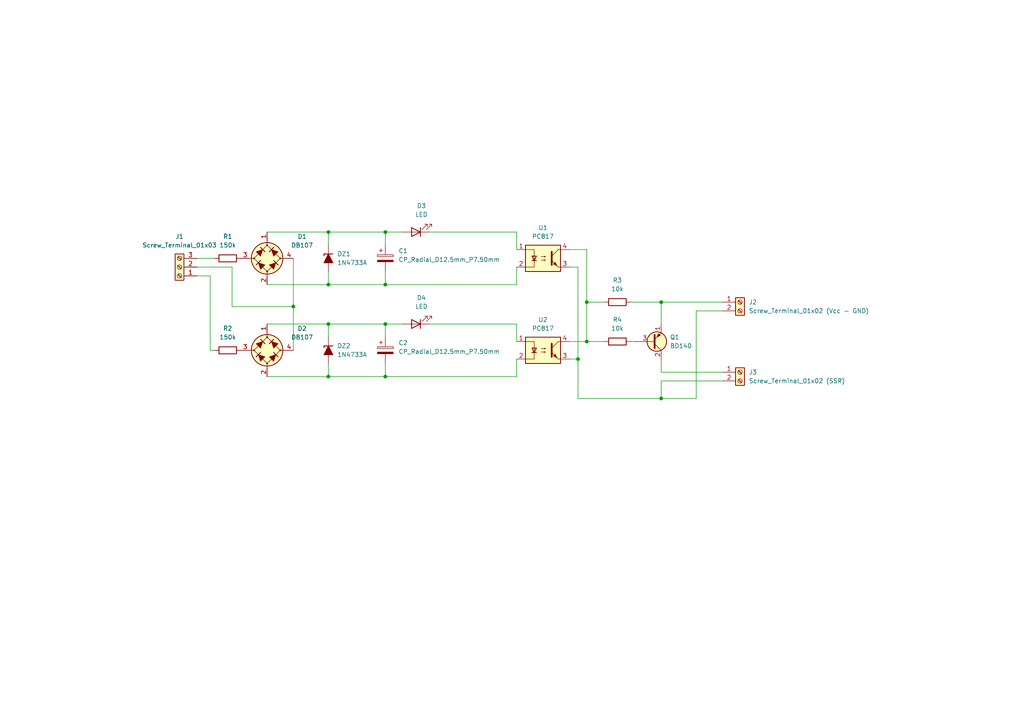
<source format=kicad_sch>
(kicad_sch (version 20231120) (generator "eeschema") (generator_version "8.0")
  (paper "A4")
  (lib_symbols
    (symbol "Connector:Screw_Terminal_01x02" (pin_names (offset 1.016) hide)
      (property "Reference" "J" (at 0 2.54 0))
      (property "Value" "Screw_Terminal_01x02" (at 0 -5.08 0))
      (symbol "Screw_Terminal_01x02_1_1"
        (rectangle (start -1.27 1.27) (end 1.27 -3.81) (stroke (width 0.254)) (fill (type background)))
        (circle (center 0 -2.54) (radius 0.635) (stroke (width 0.1524)))
        (polyline (pts (xy -0.5334 -2.2098) (xy 0.3302 -3.048)) (stroke (width 0.1524)))
        (polyline (pts (xy -0.5334 0.3302) (xy 0.3302 -0.508)) (stroke (width 0.1524)))
        (polyline (pts (xy -0.3556 -2.032) (xy 0.508 -2.8702)) (stroke (width 0.1524)))
        (polyline (pts (xy -0.3556 0.508) (xy 0.508 -0.3302)) (stroke (width 0.1524)))
        (circle (center 0 0) (radius 0.635) (stroke (width 0.1524)))
        (pin passive line (at -5.08 0 0) (length 3.81) (name "Pin_1") (number "1"))
        (pin passive line (at -5.08 -2.54 0) (length 3.81) (name "Pin_2") (number "2"))
      )
    )
    (symbol "Connector:Screw_Terminal_01x03" (pin_names (offset 1.016) hide)
      (property "Reference" "J" (at 0 5.08 0))
      (property "Value" "Screw_Terminal_01x03" (at 0 -5.08 0))
      (symbol "Screw_Terminal_01x03_1_1"
        (rectangle (start -1.27 3.81) (end 1.27 -3.81) (stroke (width 0.254)) (fill (type background)))
        (circle (center 0 -2.54) (radius 0.635) (stroke (width 0.1524)))
        (polyline (pts (xy -0.5334 -2.2098) (xy 0.3302 -3.048)) (stroke (width 0.1524)))
        (polyline (pts (xy -0.5334 0.3302) (xy 0.3302 -0.508)) (stroke (width 0.1524)))
        (polyline (pts (xy -0.5334 2.8702) (xy 0.3302 2.032)) (stroke (width 0.1524)))
        (polyline (pts (xy -0.3556 -2.032) (xy 0.508 -2.8702)) (stroke (width 0.1524)))
        (polyline (pts (xy -0.3556 0.508) (xy 0.508 -0.3302)) (stroke (width 0.1524)))
        (polyline (pts (xy -0.3556 3.048) (xy 0.508 2.2098)) (stroke (width 0.1524)))
        (circle (center 0 0) (radius 0.635) (stroke (width 0.1524)))
        (circle (center 0 2.54) (radius 0.635) (stroke (width 0.1524)))
        (pin passive line (at -5.08 2.54 0) (length 3.81) (name "Pin_1") (number "1"))
        (pin passive line (at -5.08 0 0) (length 3.81) (name "Pin_2") (number "2"))
        (pin passive line (at -5.08 -2.54 0) (length 3.81) (name "Pin_3") (number "3"))
      )
    )
    (symbol "Device:LED" (pin_numbers hide) (pin_names (offset 1.016) hide)
      (property "Reference" "D" (at 0 2.54 0))
      (property "Value" "LED" (at 0 -2.54 0))
      (symbol "LED_0_1"
        (polyline (pts (xy -1.27 -1.27) (xy -1.27 1.27)) (stroke (width 0.254)))
        (polyline (pts (xy -1.27 0) (xy 1.27 0)))
        (polyline (pts (xy 1.27 -1.27) (xy 1.27 1.27) (xy -1.27 0) (xy 1.27 -1.27)) (stroke (width 0.254)))
        (polyline (pts (xy -3.048 -0.762) (xy -4.572 -2.286) (xy -3.81 -2.286) (xy -4.572 -2.286) (xy -4.572 -1.524)))
        (polyline (pts (xy -1.778 -0.762) (xy -3.302 -2.286) (xy -2.54 -2.286) (xy -3.302 -2.286) (xy -3.302 -1.524)))
      )
      (symbol "LED_1_1"
        (pin passive line (at -3.81 0 0) (length 2.54) (name "K") (number "1"))
        (pin passive line (at 3.81 0 180) (length 2.54) (name "A") (number "2"))
      )
    )
    (symbol "Device:R" (pin_numbers hide) (pin_names (offset 0))
      (property "Reference" "R" (at 2.032 0 90))
      (property "Value" "R" (at 0 0 90))
      (symbol "R_0_1"
        (rectangle (start -1.016 -2.54) (end 1.016 2.54) (stroke (width 0.254)))
      )
      (symbol "R_1_1"
        (pin passive line (at 0 3.81 270) (length 1.27) (name "~") (number "1"))
        (pin passive line (at 0 -3.81 90) (length 1.27) (name "~") (number "2"))
      )
    )
    (symbol "Isolator:PC817" (pin_names (offset 1.016))
      (property "Reference" "U" (at -5.08 5.08 0))
      (property "Value" "PC817" (at 0 5.08 0))
      (symbol "PC817_0_1"
        (rectangle (start -5.08 3.81) (end 5.08 -3.81) (stroke (width 0.254)) (fill (type background)))
        (polyline (pts (xy -3.175 -0.635) (xy -1.905 -0.635)) (stroke (width 0.254)))
        (polyline (pts (xy 2.54 0.635) (xy 4.445 2.54)))
        (polyline (pts (xy 4.445 -2.54) (xy 2.54 -0.635)) (fill (type outline)))
        (polyline (pts (xy 4.445 -2.54) (xy 5.08 -2.54)))
        (polyline (pts (xy 4.445 2.54) (xy 5.08 2.54)))
        (polyline (pts (xy -5.08 2.54) (xy -2.54 2.54) (xy -2.54 -0.635)))
        (polyline (pts (xy -2.54 -0.635) (xy -2.54 -2.54) (xy -5.08 -2.54)))
        (polyline (pts (xy 2.54 1.905) (xy 2.54 -1.905) (xy 2.54 -1.905)) (stroke (width 0.508)))
        (polyline (pts (xy -2.54 -0.635) (xy -3.175 0.635) (xy -1.905 0.635) (xy -2.54 -0.635)) (stroke (width 0.254)))
        (polyline (pts (xy -0.508 -0.508) (xy 0.762 -0.508) (xy 0.381 -0.635) (xy 0.381 -0.381) (xy 0.762 -0.508)))
        (polyline (pts (xy -0.508 0.508) (xy 0.762 0.508) (xy 0.381 0.381) (xy 0.381 0.635) (xy 0.762 0.508)))
        (polyline (pts (xy 3.048 -1.651) (xy 3.556 -1.143) (xy 4.064 -2.159) (xy 3.048 -1.651) (xy 3.048 -1.651)) (fill (type outline)))
      )
      (symbol "PC817_1_1"
        (pin passive line (at -7.62 2.54 0) (length 2.54) (name "~") (number "1"))
        (pin passive line (at -7.62 -2.54 0) (length 2.54) (name "~") (number "2"))
        (pin passive line (at 7.62 -2.54 180) (length 2.54) (name "~") (number "3"))
        (pin passive line (at 7.62 2.54 180) (length 2.54) (name "~") (number "4"))
      )
    )
    (symbol "PCM_Capacitor_AKL:CP_Radial_D12.5mm_P7.50mm" (pin_numbers hide) (pin_names (offset 0.254))
      (property "Reference" "C" (at 0.635 2.54 0))
      (property "Value" "CP_Radial_D12.5mm_P7.50mm" (at 0.635 -2.54 0))
      (symbol "CP_Radial_D12.5mm_P7.50mm_0_1"
        (rectangle (start -2.286 1.016) (end 2.286 0.508))
        (polyline (pts (xy -1.778 2.286) (xy -0.762 2.286)))
        (polyline (pts (xy -1.27 2.794) (xy -1.27 1.778)))
        (rectangle (start 2.286 -0.508) (end -2.286 -1.016) (fill (type outline)))
      )
      (symbol "CP_Radial_D12.5mm_P7.50mm_0_2"
        (polyline (pts (xy -2.54 -2.54) (xy -0.6604 -0.6604)))
        (polyline (pts (xy 0 2.032) (xy 1.016 2.032)))
        (polyline (pts (xy 0.508 2.54) (xy 0.508 1.524)))
        (polyline (pts (xy 0.6604 0.6604) (xy 2.54 2.54)))
        (polyline (pts (xy -1.8796 0.6096) (xy 0.6096 -1.8796) (xy 0.9652 -1.524) (xy -1.524 0.9652) (xy -1.8796 0.6096)) (fill (type outline)))
        (polyline (pts (xy -0.9652 1.524) (xy 1.524 -0.9652) (xy 1.8796 -0.6096) (xy -0.6096 1.8796) (xy -0.9652 1.524)))
      )
      (symbol "CP_Radial_D12.5mm_P7.50mm_1_1"
        (pin passive line (at 0 3.81 270) (length 2.794) (name "~") (number "1"))
        (pin passive line (at 0 -3.81 90) (length 2.794) (name "~") (number "2"))
      )
      (symbol "CP_Radial_D12.5mm_P7.50mm_1_2"
        (pin passive line (at 2.54 2.54 270) (length 0) (name "~") (number "1"))
        (pin passive line (at -2.54 -2.54 90) (length 0) (name "~") (number "2"))
      )
    )
    (symbol "PCM_Diode_Bridge_AKL:DB107" (pin_names (offset 1.016) hide)
      (property "Reference" "D" (at 5.08 7.62 0))
      (property "Value" "DB107" (at 5.08 5.08 0))
      (symbol "DB107_0_1"
        (circle (center -3.81 0) (radius 0.1778) (fill (type outline)))
        (polyline (pts (xy -5.08 0) (xy -3.81 0)))
        (polyline (pts (xy -1.905 -0.635) (xy -3.175 -1.905)) (stroke (width 0.254)))
        (polyline (pts (xy -1.905 3.175) (xy -0.635 1.905)) (stroke (width 0.254)))
        (polyline (pts (xy 0 -5.08) (xy 0 -3.81)))
        (polyline (pts (xy 0 5.08) (xy 0 3.81)))
        (polyline (pts (xy 1.905 3.175) (xy 0.635 1.905)) (stroke (width 0.254)))
        (polyline (pts (xy 3.175 -1.905) (xy 1.905 -0.635)) (stroke (width 0.254)))
        (polyline (pts (xy 5.08 0) (xy 3.81 0)))
        (polyline (pts (xy -2.54 -1.27) (xy -1.905 -3.175) (xy -0.635 -1.905) (xy -2.54 -1.27)) (fill (type outline)))
        (polyline (pts (xy -1.27 2.54) (xy -1.905 0.635) (xy -3.175 1.905) (xy -1.27 2.54)) (fill (type outline)))
        (polyline (pts (xy 1.27 2.54) (xy 3.175 1.905) (xy 1.905 0.635) (xy 1.27 2.54)) (fill (type outline)))
        (polyline (pts (xy 2.54 -1.27) (xy 0.635 -1.905) (xy 1.905 -3.175) (xy 2.54 -1.27)) (fill (type outline)))
        (polyline (pts (xy 0 3.81) (xy -3.81 0) (xy 0 -3.81) (xy 3.81 0) (xy 0 3.81)))
        (circle (center 0 0) (radius 4.572) (stroke (width 0.254)) (fill (type background)))
      )
      (symbol "DB107_1_1"
        (circle (center 0 -3.81) (radius 0.1778) (fill (type outline)))
        (circle (center 0 3.81) (radius 0.1778) (fill (type outline)))
        (circle (center 3.81 0) (radius 0.1778) (fill (type outline)))
        (pin passive line (at 0 7.62 270) (length 2.54) (name "+") (number "1"))
        (pin passive line (at 0 -7.62 90) (length 2.54) (name "-") (number "2"))
        (pin passive line (at -7.62 0 0) (length 2.54) (name "1") (number "3"))
        (pin passive line (at 7.62 0 180) (length 2.54) (name "2") (number "4"))
      )
    )
    (symbol "PCM_Diode_Zener_AKL:1N4733A" (pin_numbers hide) (pin_names (offset 1.016) hide)
      (property "Reference" "DZ" (at 0 7.62 0))
      (property "Value" "1N4733A" (at 0 5.08 0))
      (symbol "1N4733A_0_1"
        (polyline (pts (xy -1.27 0) (xy 1.27 0)))
        (polyline (pts (xy 1.27 1.27) (xy 0.762 1.27)) (stroke (width 0.254)))
        (polyline (pts (xy 1.27 1.27) (xy 1.27 -1.27)) (stroke (width 0.254)))
        (polyline (pts (xy -1.27 -1.27) (xy -1.27 1.27) (xy 1.27 0) (xy -1.27 -1.27)) (stroke (width 0.254)) (fill (type outline)))
      )
      (symbol "1N4733A_0_2"
        (polyline (pts (xy -2.54 -2.54) (xy 2.54 2.54)))
        (polyline (pts (xy 0 1.778) (xy -0.381 1.397)) (stroke (width 0.254)))
        (polyline (pts (xy 0 1.778) (xy 1.778 0)) (stroke (width 0.254)))
        (polyline (pts (xy -0.889 -0.889) (xy -1.778 0) (xy 0.889 0.889) (xy 0 -1.778) (xy -0.889 -0.889)) (stroke (width 0.254)) (fill (type outline)))
      )
      (symbol "1N4733A_1_1"
        (pin passive line (at 3.81 0 180) (length 2.54) (name "K") (number "1"))
        (pin passive line (at -3.81 0 0) (length 2.54) (name "A") (number "2"))
      )
      (symbol "1N4733A_1_2"
        (pin passive line (at 2.54 2.54 180) (length 0) (name "K") (number "1"))
        (pin passive line (at -2.54 -2.54 0) (length 0) (name "A") (number "2"))
      )
    )
    (symbol "PCM_Transistor_BJT_AKL:BD140" (pin_names hide)
      (property "Reference" "Q" (at 5.08 1.27 0))
      (property "Value" "BD140" (at 5.08 -1.27 0))
      (symbol "BD140_0_1"
        (polyline (pts (xy 0.635 -0.635) (xy 2.54 -2.54)))
        (polyline (pts (xy 0.635 -1.905) (xy 0.635 1.905) (xy 0.635 1.905)) (stroke (width 0.508)))
        (polyline (pts (xy 0.635 0.635) (xy 2.54 2.54) (xy 2.54 2.54)))
        (polyline (pts (xy 2.286 1.778) (xy 1.778 2.286) (xy 1.27 1.27) (xy 2.286 1.778) (xy 2.286 1.778)) (fill (type outline)))
        (circle (center 1.27 0) (radius 2.8194) (stroke (width 0.254)) (fill (type background)))
      )
      (symbol "BD140_1_1"
        (pin passive line (at 2.54 5.08 270) (length 2.54) (name "E") (number "1"))
        (pin passive line (at 2.54 -5.08 90) (length 2.54) (name "C") (number "2"))
        (pin input line (at -5.08 0 0) (length 5.715) (name "B") (number "3"))
      )
    )
  )
  (junction (at 191.77 87.63))
  (junction (at 170.18 99.06))
  (junction (at 111.76 82.55))
  (junction (at 170.18 87.63))
  (junction (at 167.64 104.14))
  (junction (at 95.25 82.55))
  (junction (at 85.09 88.9))
  (junction (at 111.76 93.98))
  (junction (at 111.76 109.22))
  (junction (at 95.25 67.31))
  (junction (at 95.25 109.22))
  (junction (at 95.25 93.98))
  (junction (at 191.77 115.57))
  (junction (at 111.76 67.31))
  (wire (pts (xy 111.76 93.98) (xy 116.84 93.98)))
  (wire (pts (xy 95.25 93.98) (xy 95.25 97.79)))
  (wire (pts (xy 62.23 74.93) (xy 57.15 74.93)))
  (wire (pts (xy 149.86 109.22) (xy 111.76 109.22)))
  (wire (pts (xy 191.77 87.63) (xy 209.55 87.63)))
  (wire (pts (xy 95.25 67.31) (xy 111.76 67.31)))
  (wire (pts (xy 67.31 77.47) (xy 57.15 77.47)))
  (wire (pts (xy 95.25 93.98) (xy 111.76 93.98)))
  (wire (pts (xy 95.25 109.22) (xy 111.76 109.22)))
  (wire (pts (xy 124.46 67.31) (xy 149.86 67.31)))
  (wire (pts (xy 149.86 82.55) (xy 149.86 77.47)))
  (wire (pts (xy 182.88 87.63) (xy 191.77 87.63)))
  (wire (pts (xy 201.93 90.17) (xy 201.93 115.57)))
  (wire (pts (xy 85.09 88.9) (xy 67.31 88.9)))
  (wire (pts (xy 149.86 93.98) (xy 149.86 99.06)))
  (wire (pts (xy 165.1 72.39) (xy 170.18 72.39)))
  (wire (pts (xy 149.86 104.14) (xy 149.86 109.22)))
  (wire (pts (xy 60.96 101.6) (xy 60.96 80.01)))
  (wire (pts (xy 170.18 99.06) (xy 165.1 99.06)))
  (wire (pts (xy 191.77 115.57) (xy 201.93 115.57)))
  (wire (pts (xy 60.96 101.6) (xy 62.23 101.6)))
  (wire (pts (xy 191.77 104.14) (xy 191.77 107.95)))
  (wire (pts (xy 184.15 99.06) (xy 182.88 99.06)))
  (wire (pts (xy 111.76 82.55) (xy 111.76 78.74)))
  (wire (pts (xy 167.64 115.57) (xy 191.77 115.57)))
  (wire (pts (xy 77.47 67.31) (xy 95.25 67.31)))
  (wire (pts (xy 170.18 99.06) (xy 175.26 99.06)))
  (wire (pts (xy 60.96 80.01) (xy 57.15 80.01)))
  (wire (pts (xy 124.46 93.98) (xy 149.86 93.98)))
  (wire (pts (xy 170.18 72.39) (xy 170.18 87.63)))
  (wire (pts (xy 111.76 105.41) (xy 111.76 109.22)))
  (wire (pts (xy 77.47 82.55) (xy 95.25 82.55)))
  (wire (pts (xy 111.76 93.98) (xy 111.76 97.79)))
  (wire (pts (xy 95.25 78.74) (xy 95.25 82.55)))
  (wire (pts (xy 85.09 74.93) (xy 85.09 88.9)))
  (wire (pts (xy 111.76 67.31) (xy 111.76 71.12)))
  (wire (pts (xy 167.64 77.47) (xy 167.64 104.14)))
  (wire (pts (xy 95.25 105.41) (xy 95.25 109.22)))
  (wire (pts (xy 191.77 87.63) (xy 191.77 93.98)))
  (wire (pts (xy 111.76 82.55) (xy 149.86 82.55)))
  (wire (pts (xy 149.86 67.31) (xy 149.86 72.39)))
  (wire (pts (xy 209.55 107.95) (xy 191.77 107.95)))
  (wire (pts (xy 201.93 90.17) (xy 209.55 90.17)))
  (wire (pts (xy 67.31 88.9) (xy 67.31 77.47)))
  (wire (pts (xy 77.47 109.22) (xy 95.25 109.22)))
  (wire (pts (xy 167.64 104.14) (xy 167.64 115.57)))
  (wire (pts (xy 95.25 67.31) (xy 95.25 71.12)))
  (wire (pts (xy 209.55 110.49) (xy 191.77 110.49)))
  (wire (pts (xy 170.18 87.63) (xy 175.26 87.63)))
  (wire (pts (xy 191.77 110.49) (xy 191.77 115.57)))
  (wire (pts (xy 111.76 67.31) (xy 116.84 67.31)))
  (wire (pts (xy 165.1 77.47) (xy 167.64 77.47)))
  (wire (pts (xy 85.09 88.9) (xy 85.09 101.6)))
  (wire (pts (xy 95.25 82.55) (xy 111.76 82.55)))
  (wire (pts (xy 77.47 93.98) (xy 95.25 93.98)))
  (wire (pts (xy 167.64 104.14) (xy 165.1 104.14)))
  (wire (pts (xy 170.18 87.63) (xy 170.18 99.06)))
  (symbol (lib_id "Isolator:PC817") (at 157.48 74.93 0) (unit 1)
    (property "Reference" "U1" (at 157.48 66.04 0))
    (property "Value" "PC817" (at 157.48 68.58 0))
    (property "Footprint" "Package_DIP:DIP-4_W7.62mm" (effects (hide yes)))
    (property "Datasheet" "http://www.soselectronic.cz/a_info/resource/d/pc817.pdf" (effects (hide yes)))
    (property "Description" "DC Optocoupler, Vce 35V, CTR 50-300%, DIP-4" (effects (hide yes)))
  )
  (symbol (lib_id "PCM_Capacitor_AKL:CP_Radial_D12.5mm_P7.50mm") (at 111.76 74.93 0) (unit 1)
    (property "Reference" "C1" (at 115.57 72.7709 0) (effects (justify left)))
    (property "Value" "CP_Radial_D12.5mm_P7.50mm" (at 115.57 75.3109 0) (effects (justify left)))
    (property "Footprint" "PCM_Capacitor_THT_AKL:CP_Radial_D12.5mm_P7.50mm" (effects (hide yes)))
    (property "Description" "THT Electrolytic Capacitor, 12.5mm Diameter, 7.50mm Pitch, European Symbol, Alternate KiCad Library" (effects (hide yes)))
  )
  (symbol (lib_id "Connector:Screw_Terminal_01x03") (at 52.07 77.47 180) (unit 1)
    (property "Reference" "J1" (at 52.07 68.58 0))
    (property "Value" "Screw_Terminal_01x03" (at 52.07 71.12 0))
    (property "Footprint" "TerminalBlock_Phoenix:TerminalBlock_Phoenix_MKDS-1,5-3_1x03_P5.00mm_Horizontal" (effects (hide yes)))
    (property "Description" "Generic screw terminal, single row, 01x03, script generated (kicad-library-utils/schlib/autogen/connector/)" (effects (hide yes)))
  )
  (symbol (lib_id "Isolator:PC817") (at 157.48 101.6 0) (unit 1)
    (property "Reference" "U2" (at 157.48 92.71 0))
    (property "Value" "PC817" (at 157.48 95.25 0))
    (property "Footprint" "Package_DIP:DIP-4_W7.62mm" (effects (hide yes)))
    (property "Datasheet" "http://www.soselectronic.cz/a_info/resource/d/pc817.pdf" (effects (hide yes)))
    (property "Description" "DC Optocoupler, Vce 35V, CTR 50-300%, DIP-4" (effects (hide yes)))
  )
  (symbol (lib_id "PCM_Transistor_BJT_AKL:BD140") (at 189.23 99.06 0) (unit 1)
    (property "Reference" "Q1" (at 194.31 97.7899 0) (effects (justify left)))
    (property "Value" "BD140" (at 194.31 100.3299 0) (effects (justify left)))
    (property "Footprint" "PCM_Package_TO_SOT_THT_AKL:TO-126-3_Vertical_ECB" (effects (hide yes)))
    (property "Datasheet" "https://www.tme.eu/Document/a01c472291eeb17acc2b5211ad122d81/BD136_138_140.pdf" (effects (hide yes)))
    (property "Description" "PNP TO-126 power transistor, 80V, 1.5A, 12.5W, Complementary to BD139, Alternate KiCAD Library" (effects (hide yes)))
  )
  (symbol (lib_id "Device:R") (at 66.04 101.6 90) (unit 1)
    (property "Reference" "R2" (at 66.04 95.25 90))
    (property "Value" "150k" (at 66.04 97.79 90))
    (property "Footprint" "PCM_Resistor_THT_AKL:R_Axial_DIN0207_L6.3mm_D2.5mm_P10.16mm_Horizontal" (effects (hide yes)))
    (property "Description" "Resistor" (effects (hide yes)))
  )
  (symbol (lib_id "Connector:Screw_Terminal_01x02") (at 214.63 107.95 0) (unit 1)
    (property "Reference" "J3" (at 217.17 107.9499 0) (effects (justify left)))
    (property "Value" "Screw_Terminal_01x02 (SSR)" (at 217.17 110.4899 0) (effects (justify left)))
    (property "Footprint" "TerminalBlock_Phoenix:TerminalBlock_Phoenix_MKDS-1,5-2_1x02_P5.00mm_Horizontal" (effects (hide yes)))
    (property "Description" "Generic screw terminal, single row, 01x02, script generated (kicad-library-utils/schlib/autogen/connector/)" (effects (hide yes)))
  )
  (symbol (lib_id "PCM_Diode_Zener_AKL:1N4733A") (at 95.25 74.93 90) (unit 1)
    (property "Reference" "DZ1" (at 97.79 73.6599 90) (effects (justify right)))
    (property "Value" "1N4733A" (at 97.79 76.1999 90) (effects (justify right)))
    (property "Footprint" "PCM_Diode_THT_AKL:D_DO-41_SOD81_P10.16mm_Horizontal_Zener" (effects (hide yes)))
    (property "Datasheet" "https://www.tme.eu/Document/0ec771a1264cb7f2aef89c89242989dc/1N47xxA.PDF" (effects (hide yes)))
    (property "Description" "DO-41 Zener diode, 5.1V, 1W, Alternate KiCAD Library" (effects (hide yes)))
  )
  (symbol (lib_id "PCM_Diode_Zener_AKL:1N4733A") (at 95.25 101.6 90) (unit 1)
    (property "Reference" "DZ2" (at 97.79 100.3299 90) (effects (justify right)))
    (property "Value" "1N4733A" (at 97.79 102.8699 90) (effects (justify right)))
    (property "Footprint" "PCM_Diode_THT_AKL:D_DO-41_SOD81_P10.16mm_Horizontal_Zener" (effects (hide yes)))
    (property "Datasheet" "https://www.tme.eu/Document/0ec771a1264cb7f2aef89c89242989dc/1N47xxA.PDF" (effects (hide yes)))
    (property "Description" "DO-41 Zener diode, 5.1V, 1W, Alternate KiCAD Library" (effects (hide yes)))
  )
  (symbol (lib_id "PCM_Capacitor_AKL:CP_Radial_D12.5mm_P7.50mm") (at 111.76 101.6 0) (unit 1)
    (property "Reference" "C2" (at 115.57 99.4409 0) (effects (justify left)))
    (property "Value" "CP_Radial_D12.5mm_P7.50mm" (at 115.57 101.9809 0) (effects (justify left)))
    (property "Footprint" "PCM_Capacitor_THT_AKL:CP_Radial_D12.5mm_P7.50mm" (effects (hide yes)))
    (property "Description" "THT Electrolytic Capacitor, 12.5mm Diameter, 7.50mm Pitch, European Symbol, Alternate KiCad Library" (effects (hide yes)))
  )
  (symbol (lib_id "Device:R") (at 66.04 74.93 90) (unit 1)
    (property "Reference" "R1" (at 66.04 68.58 90))
    (property "Value" "150k" (at 66.04 71.12 90))
    (property "Footprint" "PCM_Resistor_THT_AKL:R_Axial_DIN0207_L6.3mm_D2.5mm_P10.16mm_Horizontal" (effects (hide yes)))
    (property "Description" "Resistor" (effects (hide yes)))
  )
  (symbol (lib_id "PCM_Diode_Bridge_AKL:DB107") (at 77.47 74.93 0) (unit 1)
    (property "Reference" "D1" (at 87.63 68.6114 0))
    (property "Value" "DB107" (at 87.63 71.1514 0))
    (property "Footprint" "PCM_Diode_THT_AKL:Diode_Bridge_DIP-4_W7.62mm_P5.08mm" (effects (hide yes)))
    (property "Datasheet" "https://www.tme.eu/Document/d6698de48781f2af49b4e9d936a39e7e/db101-107.pdf" (effects (hide yes)))
    (property "Description" "1A, 1000V, THT Diode bridge, Alternate KiCAD Library" (effects (hide yes)))
  )
  (symbol (lib_id "Device:LED") (at 120.65 67.31 180) (unit 1)
    (property "Reference" "D3" (at 122.2375 59.69 0))
    (property "Value" "LED" (at 122.2375 62.23 0))
    (property "Footprint" "LED_THT:LED_D3.0mm" (effects (hide yes)))
    (property "Description" "Light emitting diode" (effects (hide yes)))
  )
  (symbol (lib_id "PCM_Diode_Bridge_AKL:DB107") (at 77.47 101.6 0) (unit 1)
    (property "Reference" "D2" (at 87.63 95.2814 0))
    (property "Value" "DB107" (at 87.63 97.8214 0))
    (property "Footprint" "PCM_Diode_THT_AKL:Diode_Bridge_DIP-4_W7.62mm_P5.08mm" (effects (hide yes)))
    (property "Datasheet" "https://www.tme.eu/Document/d6698de48781f2af49b4e9d936a39e7e/db101-107.pdf" (effects (hide yes)))
    (property "Description" "1A, 1000V, THT Diode bridge, Alternate KiCAD Library" (effects (hide yes)))
  )
  (symbol (lib_id "Connector:Screw_Terminal_01x02") (at 214.63 87.63 0) (unit 1)
    (property "Reference" "J2" (at 217.17 87.6299 0) (effects (justify left)))
    (property "Value" "Screw_Terminal_01x02 (Vcc - GND)" (at 217.17 90.1699 0) (effects (justify left)))
    (property "Footprint" "TerminalBlock_Phoenix:TerminalBlock_Phoenix_MKDS-1,5-2_1x02_P5.00mm_Horizontal" (effects (hide yes)))
    (property "Description" "Generic screw terminal, single row, 01x02, script generated (kicad-library-utils/schlib/autogen/connector/)" (effects (hide yes)))
  )
  (symbol (lib_id "Device:R") (at 179.07 99.06 90) (unit 1)
    (property "Reference" "R4" (at 179.07 92.71 90))
    (property "Value" "10k" (at 179.07 95.25 90))
    (property "Footprint" "PCM_Resistor_THT_AKL:R_Axial_DIN0204_L3.6mm_D1.6mm_P7.62mm_Horizontal" (effects (hide yes)))
    (property "Description" "Resistor" (effects (hide yes)))
  )
  (symbol (lib_id "Device:R") (at 179.07 87.63 90) (unit 1)
    (property "Reference" "R3" (at 179.07 81.28 90))
    (property "Value" "10k" (at 179.07 83.82 90))
    (property "Footprint" "PCM_Resistor_THT_AKL:R_Axial_DIN0204_L3.6mm_D1.6mm_P7.62mm_Horizontal" (effects (hide yes)))
    (property "Description" "Resistor" (effects (hide yes)))
  )
  (symbol (lib_id "Device:LED") (at 120.65 93.98 180) (unit 1)
    (property "Reference" "D4" (at 122.2375 86.36 0))
    (property "Value" "LED" (at 122.2375 88.9 0))
    (property "Footprint" "LED_THT:LED_D3.0mm" (effects (hide yes)))
    (property "Description" "Light emitting diode" (effects (hide yes)))
  )
)
</source>
